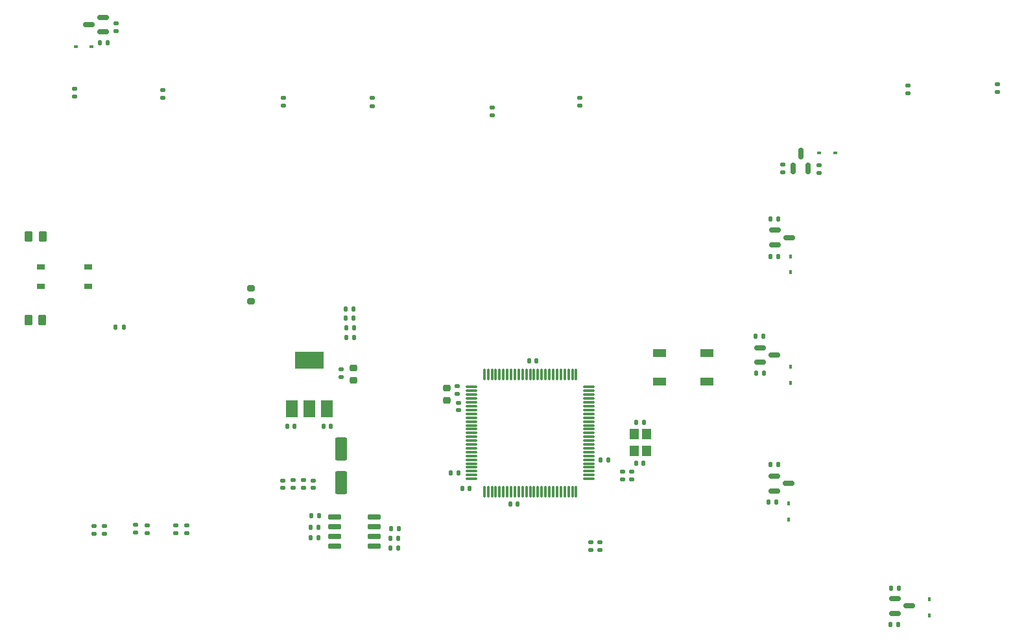
<source format=gbr>
%TF.GenerationSoftware,KiCad,Pcbnew,(6.0.2)*%
%TF.CreationDate,2022-03-02T13:09:42+03:00*%
%TF.ProjectId,Steel_form_Dish_washer PART 1,53746565-6c5f-4666-9f72-6d5f44697368,rev?*%
%TF.SameCoordinates,Original*%
%TF.FileFunction,Paste,Top*%
%TF.FilePolarity,Positive*%
%FSLAX46Y46*%
G04 Gerber Fmt 4.6, Leading zero omitted, Abs format (unit mm)*
G04 Created by KiCad (PCBNEW (6.0.2)) date 2022-03-02 13:09:42*
%MOMM*%
%LPD*%
G01*
G04 APERTURE LIST*
G04 Aperture macros list*
%AMRoundRect*
0 Rectangle with rounded corners*
0 $1 Rounding radius*
0 $2 $3 $4 $5 $6 $7 $8 $9 X,Y pos of 4 corners*
0 Add a 4 corners polygon primitive as box body*
4,1,4,$2,$3,$4,$5,$6,$7,$8,$9,$2,$3,0*
0 Add four circle primitives for the rounded corners*
1,1,$1+$1,$2,$3*
1,1,$1+$1,$4,$5*
1,1,$1+$1,$6,$7*
1,1,$1+$1,$8,$9*
0 Add four rect primitives between the rounded corners*
20,1,$1+$1,$2,$3,$4,$5,0*
20,1,$1+$1,$4,$5,$6,$7,0*
20,1,$1+$1,$6,$7,$8,$9,0*
20,1,$1+$1,$8,$9,$2,$3,0*%
G04 Aperture macros list end*
%ADD10RoundRect,0.135000X0.185000X-0.135000X0.185000X0.135000X-0.185000X0.135000X-0.185000X-0.135000X0*%
%ADD11RoundRect,0.150000X-0.587500X-0.150000X0.587500X-0.150000X0.587500X0.150000X-0.587500X0.150000X0*%
%ADD12RoundRect,0.140000X-0.140000X-0.170000X0.140000X-0.170000X0.140000X0.170000X-0.140000X0.170000X0*%
%ADD13RoundRect,0.140000X0.170000X-0.140000X0.170000X0.140000X-0.170000X0.140000X-0.170000X-0.140000X0*%
%ADD14RoundRect,0.135000X-0.185000X0.135000X-0.185000X-0.135000X0.185000X-0.135000X0.185000X0.135000X0*%
%ADD15RoundRect,0.135000X0.135000X0.185000X-0.135000X0.185000X-0.135000X-0.185000X0.135000X-0.185000X0*%
%ADD16RoundRect,0.140000X-0.170000X0.140000X-0.170000X-0.140000X0.170000X-0.140000X0.170000X0.140000X0*%
%ADD17RoundRect,0.135000X-0.135000X-0.185000X0.135000X-0.185000X0.135000X0.185000X-0.135000X0.185000X0*%
%ADD18RoundRect,0.250000X0.550000X-1.250000X0.550000X1.250000X-0.550000X1.250000X-0.550000X-1.250000X0*%
%ADD19RoundRect,0.200000X0.275000X-0.200000X0.275000X0.200000X-0.275000X0.200000X-0.275000X-0.200000X0*%
%ADD20RoundRect,0.218750X0.256250X-0.218750X0.256250X0.218750X-0.256250X0.218750X-0.256250X-0.218750X0*%
%ADD21R,1.000000X0.800000*%
%ADD22RoundRect,0.140000X0.140000X0.170000X-0.140000X0.170000X-0.140000X-0.170000X0.140000X-0.170000X0*%
%ADD23RoundRect,0.150000X0.587500X0.150000X-0.587500X0.150000X-0.587500X-0.150000X0.587500X-0.150000X0*%
%ADD24RoundRect,0.150000X0.725000X0.150000X-0.725000X0.150000X-0.725000X-0.150000X0.725000X-0.150000X0*%
%ADD25RoundRect,0.150000X0.150000X-0.587500X0.150000X0.587500X-0.150000X0.587500X-0.150000X-0.587500X0*%
%ADD26RoundRect,0.250000X-0.262500X-0.450000X0.262500X-0.450000X0.262500X0.450000X-0.262500X0.450000X0*%
%ADD27R,1.800000X1.100000*%
%ADD28R,0.450000X0.600000*%
%ADD29RoundRect,0.075000X0.075000X-0.662500X0.075000X0.662500X-0.075000X0.662500X-0.075000X-0.662500X0*%
%ADD30RoundRect,0.075000X0.662500X-0.075000X0.662500X0.075000X-0.662500X0.075000X-0.662500X-0.075000X0*%
%ADD31R,0.600000X0.450000*%
%ADD32R,1.500000X2.200000*%
%ADD33R,3.800000X2.200000*%
%ADD34R,1.200000X1.400000*%
G04 APERTURE END LIST*
D10*
%TO.C,R10*%
X229450000Y-132150000D03*
X229450000Y-131130000D03*
%TD*%
D11*
%TO.C,Q3*%
X249212500Y-131700000D03*
X249212500Y-133600000D03*
X251087500Y-132650000D03*
%TD*%
D12*
%TO.C,C12*%
X226570000Y-129550000D03*
X227530000Y-129550000D03*
%TD*%
D13*
%TO.C,C5*%
X187750000Y-133180000D03*
X187750000Y-132220000D03*
%TD*%
D10*
%TO.C,R30*%
X167350000Y-139160000D03*
X167350000Y-138140000D03*
%TD*%
D14*
%TO.C,R32*%
X212350000Y-83550000D03*
X212350000Y-84570000D03*
%TD*%
D13*
%TO.C,C4*%
X186400000Y-133190000D03*
X186400000Y-132230000D03*
%TD*%
D15*
%TO.C,R4*%
X200130000Y-139850000D03*
X199110000Y-139850000D03*
%TD*%
D16*
%TO.C,C16*%
X207950000Y-122120000D03*
X207950000Y-123080000D03*
%TD*%
D17*
%TO.C,R15*%
X193250000Y-111050000D03*
X194270000Y-111050000D03*
%TD*%
%TO.C,R3*%
X188770000Y-136900000D03*
X189790000Y-136900000D03*
%TD*%
%TO.C,R39*%
X264340000Y-151050000D03*
X265360000Y-151050000D03*
%TD*%
D10*
%TO.C,R34*%
X185150000Y-83260000D03*
X185150000Y-82240000D03*
%TD*%
%TO.C,R11*%
X207850000Y-120960000D03*
X207850000Y-119940000D03*
%TD*%
D14*
%TO.C,R28*%
X171050000Y-138090000D03*
X171050000Y-139110000D03*
%TD*%
D10*
%TO.C,R43*%
X163250000Y-73510000D03*
X163250000Y-72490000D03*
%TD*%
%TO.C,R40*%
X250300000Y-92020000D03*
X250300000Y-91000000D03*
%TD*%
D18*
%TO.C,C7*%
X192650000Y-132500000D03*
X192650000Y-128100000D03*
%TD*%
D17*
%TO.C,R41*%
X161190000Y-75050000D03*
X162210000Y-75050000D03*
%TD*%
D13*
%TO.C,C3*%
X185050000Y-133230000D03*
X185050000Y-132270000D03*
%TD*%
D10*
%TO.C,R31*%
X172500000Y-139160000D03*
X172500000Y-138140000D03*
%TD*%
D17*
%TO.C,R23*%
X248750000Y-103000000D03*
X249770000Y-103000000D03*
%TD*%
D11*
%TO.C,Q2*%
X247372500Y-114900000D03*
X247372500Y-116800000D03*
X249247500Y-115850000D03*
%TD*%
D19*
%TO.C,R18*%
X180900000Y-108800000D03*
X180900000Y-107150000D03*
%TD*%
D20*
%TO.C,D2*%
X206450000Y-121755000D03*
X206450000Y-120180000D03*
%TD*%
D21*
%TO.C,D3*%
X153475000Y-104380000D03*
X153475000Y-106920000D03*
X159625000Y-106920000D03*
X159625000Y-104380000D03*
%TD*%
D17*
%TO.C,R21*%
X246740000Y-113400000D03*
X247760000Y-113400000D03*
%TD*%
%TO.C,R38*%
X264440000Y-146300000D03*
X265460000Y-146300000D03*
%TD*%
D22*
%TO.C,C8*%
X232125000Y-130000000D03*
X231165000Y-130000000D03*
%TD*%
%TO.C,C14*%
X218150000Y-116650000D03*
X217190000Y-116650000D03*
%TD*%
D15*
%TO.C,R22*%
X249720000Y-130200000D03*
X248700000Y-130200000D03*
%TD*%
D14*
%TO.C,R8*%
X225250000Y-140340000D03*
X225250000Y-141360000D03*
%TD*%
D11*
%TO.C,Q1*%
X249312500Y-99550000D03*
X249312500Y-101450000D03*
X251187500Y-100500000D03*
%TD*%
D14*
%TO.C,R35*%
X223850000Y-82260000D03*
X223850000Y-83280000D03*
%TD*%
D17*
%TO.C,R5*%
X199090000Y-141050000D03*
X200110000Y-141050000D03*
%TD*%
D12*
%TO.C,C9*%
X231220000Y-124675000D03*
X232180000Y-124675000D03*
%TD*%
D23*
%TO.C,Q6*%
X161627500Y-73650000D03*
X161627500Y-71750000D03*
X159752500Y-72700000D03*
%TD*%
D14*
%TO.C,R44*%
X266700000Y-80600000D03*
X266700000Y-81620000D03*
%TD*%
D16*
%TO.C,C11*%
X230600000Y-131130000D03*
X230600000Y-132090000D03*
%TD*%
D10*
%TO.C,R42*%
X255100000Y-92060000D03*
X255100000Y-91040000D03*
%TD*%
D15*
%TO.C,R19*%
X164260000Y-112250000D03*
X163240000Y-112250000D03*
%TD*%
%TO.C,R6*%
X200180000Y-138550000D03*
X199160000Y-138550000D03*
%TD*%
D17*
%TO.C,R24*%
X246830000Y-118250000D03*
X247850000Y-118250000D03*
%TD*%
D22*
%TO.C,C1*%
X191330000Y-125150000D03*
X190370000Y-125150000D03*
%TD*%
D24*
%TO.C,U1*%
X196945000Y-140855000D03*
X196945000Y-139585000D03*
X196945000Y-138315000D03*
X196945000Y-137045000D03*
X191795000Y-137045000D03*
X191795000Y-138315000D03*
X191795000Y-139585000D03*
X191795000Y-140855000D03*
%TD*%
D17*
%TO.C,R12*%
X193340000Y-112300000D03*
X194360000Y-112300000D03*
%TD*%
%TO.C,R25*%
X248450000Y-135050000D03*
X249470000Y-135050000D03*
%TD*%
D25*
%TO.C,Q5*%
X251700000Y-91437500D03*
X253600000Y-91437500D03*
X252650000Y-89562500D03*
%TD*%
D26*
%TO.C,R17*%
X151875000Y-100350000D03*
X153700000Y-100350000D03*
%TD*%
D27*
%TO.C,SW1*%
X240425000Y-115625000D03*
X234225000Y-115625000D03*
X234225000Y-119325000D03*
X240425000Y-119325000D03*
%TD*%
D22*
%TO.C,C15*%
X209430000Y-133300000D03*
X208470000Y-133300000D03*
%TD*%
%TO.C,C2*%
X186580000Y-125200000D03*
X185620000Y-125200000D03*
%TD*%
D17*
%TO.C,R13*%
X193320000Y-113600000D03*
X194340000Y-113600000D03*
%TD*%
%TO.C,R1*%
X188700000Y-138350000D03*
X189720000Y-138350000D03*
%TD*%
D28*
%TO.C,D10*%
X269450000Y-147800000D03*
X269450000Y-149900000D03*
%TD*%
D26*
%TO.C,R16*%
X151825000Y-111250000D03*
X153650000Y-111250000D03*
%TD*%
D10*
%TO.C,R45*%
X278350000Y-81500000D03*
X278350000Y-80480000D03*
%TD*%
D29*
%TO.C,U3*%
X211350000Y-133712500D03*
X211850000Y-133712500D03*
X212350000Y-133712500D03*
X212850000Y-133712500D03*
X213350000Y-133712500D03*
X213850000Y-133712500D03*
X214350000Y-133712500D03*
X214850000Y-133712500D03*
X215350000Y-133712500D03*
X215850000Y-133712500D03*
X216350000Y-133712500D03*
X216850000Y-133712500D03*
X217350000Y-133712500D03*
X217850000Y-133712500D03*
X218350000Y-133712500D03*
X218850000Y-133712500D03*
X219350000Y-133712500D03*
X219850000Y-133712500D03*
X220350000Y-133712500D03*
X220850000Y-133712500D03*
X221350000Y-133712500D03*
X221850000Y-133712500D03*
X222350000Y-133712500D03*
X222850000Y-133712500D03*
X223350000Y-133712500D03*
D30*
X225012500Y-132050000D03*
X225012500Y-131550000D03*
X225012500Y-131050000D03*
X225012500Y-130550000D03*
X225012500Y-130050000D03*
X225012500Y-129550000D03*
X225012500Y-129050000D03*
X225012500Y-128550000D03*
X225012500Y-128050000D03*
X225012500Y-127550000D03*
X225012500Y-127050000D03*
X225012500Y-126550000D03*
X225012500Y-126050000D03*
X225012500Y-125550000D03*
X225012500Y-125050000D03*
X225012500Y-124550000D03*
X225012500Y-124050000D03*
X225012500Y-123550000D03*
X225012500Y-123050000D03*
X225012500Y-122550000D03*
X225012500Y-122050000D03*
X225012500Y-121550000D03*
X225012500Y-121050000D03*
X225012500Y-120550000D03*
X225012500Y-120050000D03*
D29*
X223350000Y-118387500D03*
X222850000Y-118387500D03*
X222350000Y-118387500D03*
X221850000Y-118387500D03*
X221350000Y-118387500D03*
X220850000Y-118387500D03*
X220350000Y-118387500D03*
X219850000Y-118387500D03*
X219350000Y-118387500D03*
X218850000Y-118387500D03*
X218350000Y-118387500D03*
X217850000Y-118387500D03*
X217350000Y-118387500D03*
X216850000Y-118387500D03*
X216350000Y-118387500D03*
X215850000Y-118387500D03*
X215350000Y-118387500D03*
X214850000Y-118387500D03*
X214350000Y-118387500D03*
X213850000Y-118387500D03*
X213350000Y-118387500D03*
X212850000Y-118387500D03*
X212350000Y-118387500D03*
X211850000Y-118387500D03*
X211350000Y-118387500D03*
D30*
X209687500Y-120050000D03*
X209687500Y-120550000D03*
X209687500Y-121050000D03*
X209687500Y-121550000D03*
X209687500Y-122050000D03*
X209687500Y-122550000D03*
X209687500Y-123050000D03*
X209687500Y-123550000D03*
X209687500Y-124050000D03*
X209687500Y-124550000D03*
X209687500Y-125050000D03*
X209687500Y-125550000D03*
X209687500Y-126050000D03*
X209687500Y-126550000D03*
X209687500Y-127050000D03*
X209687500Y-127550000D03*
X209687500Y-128050000D03*
X209687500Y-128550000D03*
X209687500Y-129050000D03*
X209687500Y-129550000D03*
X209687500Y-130050000D03*
X209687500Y-130550000D03*
X209687500Y-131050000D03*
X209687500Y-131550000D03*
X209687500Y-132050000D03*
%TD*%
D28*
%TO.C,D5*%
X251300000Y-119500000D03*
X251300000Y-117400000D03*
%TD*%
D14*
%TO.C,R27*%
X165800000Y-138040000D03*
X165800000Y-139060000D03*
%TD*%
D15*
%TO.C,R2*%
X189740000Y-139750000D03*
X188720000Y-139750000D03*
%TD*%
D31*
%TO.C,D11*%
X257200000Y-89450000D03*
X255100000Y-89450000D03*
%TD*%
D10*
%TO.C,R9*%
X192700000Y-118760000D03*
X192700000Y-117740000D03*
%TD*%
D22*
%TO.C,C10*%
X207950000Y-131300000D03*
X206990000Y-131300000D03*
%TD*%
D20*
%TO.C,D1*%
X194250000Y-119125000D03*
X194250000Y-117550000D03*
%TD*%
D17*
%TO.C,R20*%
X248680000Y-98050000D03*
X249700000Y-98050000D03*
%TD*%
D14*
%TO.C,R26*%
X160400000Y-138190000D03*
X160400000Y-139210000D03*
%TD*%
D32*
%TO.C,U2*%
X186230000Y-122850000D03*
X188530000Y-122850000D03*
X190830000Y-122850000D03*
D33*
X188530000Y-116550000D03*
%TD*%
D17*
%TO.C,R14*%
X193240000Y-109850000D03*
X194260000Y-109850000D03*
%TD*%
D14*
%TO.C,R33*%
X157900000Y-81040000D03*
X157900000Y-82060000D03*
%TD*%
D22*
%TO.C,C13*%
X215680000Y-135300000D03*
X214720000Y-135300000D03*
%TD*%
D34*
%TO.C,Y1*%
X232500000Y-128425000D03*
X232500000Y-126225000D03*
X230900000Y-126225000D03*
X230900000Y-128425000D03*
%TD*%
D28*
%TO.C,D6*%
X251100000Y-137350000D03*
X251100000Y-135250000D03*
%TD*%
D14*
%TO.C,R37*%
X196700000Y-82290000D03*
X196700000Y-83310000D03*
%TD*%
D31*
%TO.C,D12*%
X158000000Y-75550000D03*
X160100000Y-75550000D03*
%TD*%
D10*
%TO.C,R36*%
X169350000Y-82240000D03*
X169350000Y-81220000D03*
%TD*%
D14*
%TO.C,R7*%
X226450000Y-140340000D03*
X226450000Y-141360000D03*
%TD*%
D28*
%TO.C,D4*%
X251300000Y-105050000D03*
X251300000Y-102950000D03*
%TD*%
D10*
%TO.C,R29*%
X161750000Y-139210000D03*
X161750000Y-138190000D03*
%TD*%
D11*
%TO.C,Q4*%
X264960000Y-147710000D03*
X264960000Y-149610000D03*
X266835000Y-148660000D03*
%TD*%
D13*
%TO.C,C6*%
X189000000Y-133230000D03*
X189000000Y-132270000D03*
%TD*%
M02*

</source>
